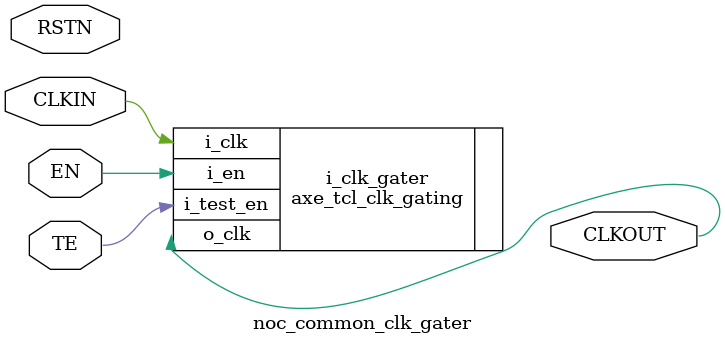
<source format=sv>

module noc_common_clk_gater
(
    input  wire  CLKIN,
    output wire  CLKOUT,
    input  logic EN,
    input  wire  RSTN, // unconnected!
    input  logic TE
);

  axe_tcl_clk_gating i_clk_gater(
      .i_clk     (CLKIN),
      .i_en      (EN),
      .i_test_en (TE),
      .o_clk     (CLKOUT)
  );
endmodule

</source>
